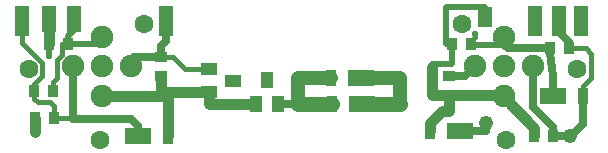
<source format=gbr>
G04 EasyPC Gerber Version 21.0.3 Build 4286 *
G04 #@! TF.Part,Single*
G04 #@! TF.FileFunction,Copper,L1,Top *
G04 #@! TF.FilePolarity,Positive *
%FSLAX35Y35*%
%MOMM*%
G04 #@! TA.AperFunction,SMDPad*
%ADD13R,0.90000X1.00000*%
%ADD12R,0.90000X1.40000*%
%ADD70R,0.99060X1.32080*%
%ADD18R,1.30000X1.80000*%
%ADD19R,1.30000X2.20000*%
%ADD17R,1.30000X2.50000*%
%ADD14R,1.00000X0.90000*%
%ADD10R,1.32080X0.99060*%
%ADD11R,2.20000X1.40000*%
G04 #@! TD.AperFunction*
%ADD27C,0.25400*%
%ADD24C,0.38100*%
%ADD21C,0.50000*%
G04 #@! TA.AperFunction,ViaPad*
%ADD71C,0.55000*%
G04 #@! TD.AperFunction*
%ADD23C,0.63500*%
%ADD22C,0.90000*%
%ADD26C,1.20000*%
G04 #@! TA.AperFunction,ViaPad*
%ADD20C,1.21920*%
G04 #@! TD.AperFunction*
%ADD25C,1.27000*%
G04 #@! TA.AperFunction,ComponentPad*
%ADD15C,1.60000*%
%ADD16C,1.90000*%
X0Y0D02*
D02*
D10*
X2024350Y904140D03*
Y1094140D03*
X2227390Y999140D03*
D02*
D11*
X1428370Y526640D03*
X3318370Y1021640D03*
X3320870Y801640D03*
X4153370Y569140D03*
X4943370Y866640D03*
D02*
D12*
X1683370Y526640D03*
X3063370Y1021640D03*
X3065870Y801640D03*
X3898370Y569140D03*
X5198370Y866640D03*
D02*
D13*
X545870Y914140D03*
X555870Y684140D03*
X670870Y1309140D03*
X705870Y914140D03*
X715870Y684140D03*
X830870Y1309140D03*
X4083370D03*
X4243370D03*
X4778370Y526640D03*
X4913370Y1271640D03*
X4938370Y526640D03*
X5073370Y1271640D03*
D02*
D14*
X1618370Y1036640D03*
Y1196640D03*
X4063370Y874140D03*
Y1034140D03*
D02*
D15*
X500420Y1097930D03*
X1101460Y496890D03*
X1479760Y1476230D03*
X4166980D03*
X4545280Y496890D03*
X5146320Y1097930D03*
D02*
D16*
X875900Y1119140D03*
X1123380Y871650D03*
Y1119140D03*
Y1366630D03*
X1370870Y1119140D03*
X4275870D03*
X4523360Y871650D03*
Y1119140D03*
Y1366630D03*
X4770840Y1119140D03*
D02*
D17*
X445870Y1501640D03*
X1665870D03*
X4790870D03*
X4988370D03*
X5175870D03*
D02*
D18*
X4363370Y1536640D03*
D02*
D19*
X670870Y1516640D03*
X883370D03*
D02*
D70*
X2423370Y800120D03*
X2518370Y1003160D03*
X2613370Y800120D03*
D02*
D71*
X555870Y561640D03*
X670870Y1206640D03*
X4278370Y1394140D03*
D02*
D20*
X448370Y1559140D03*
X670870Y1556140D03*
X885870Y1556640D03*
X1665870D03*
X2780870Y801640D03*
X3648370D03*
X4363370Y1569140D03*
X4370870Y639140D03*
X4790870Y1554140D03*
X4988370D03*
X5088370Y526640D03*
X5175870Y1554140D03*
D02*
D21*
X445870Y1501640D02*
Y1589140D01*
X448370*
Y1559140*
X670870Y1309140D02*
Y1206640D01*
X830870Y1309140D02*
Y1376640D01*
X883370Y1429140*
Y1516640*
X1123380Y1366630D02*
Y1371640D01*
X1060880Y1309140*
X830870*
X4083370D02*
Y1136640D01*
X3915870*
Y1116640*
X4083370Y1309140D02*
X4033370D01*
Y1624140*
X4363370*
Y1536640*
X4243370Y1309140D02*
Y1299140D01*
X4523360*
Y1366630*
D02*
D22*
X555870Y561640D02*
Y684140D01*
X670870Y1516640D02*
Y1309140D01*
X883370Y1516640D02*
X885870D01*
Y1556640*
X1123380Y871650D02*
X1618370D01*
Y911640*
Y904140*
X2024350*
X1618370Y1036640D02*
Y911640D01*
X1665870Y1556640D02*
X1660870D01*
Y1501640*
X1665870*
X2024350Y904140D02*
Y800120D01*
X2423370*
X2024350Y904140D02*
X1683370D01*
Y526640*
X3898370Y569140D02*
Y639140D01*
X4003370Y744140*
X4063370*
Y874140*
X3915870D02*
X4063370D01*
X3915870Y1116640D02*
Y874140D01*
X4063370D02*
X4523360D01*
Y871650*
X4778370Y526640D02*
Y601640D01*
X4523360Y856650*
Y871650*
X5175870Y1554140D02*
Y1501640D01*
D02*
D23*
X1370870Y1119140D02*
Y1174140D01*
X1393370Y1196640*
X1620870*
X1428370Y526640D02*
Y614140D01*
X1370870Y671640*
X875900*
Y1119140*
X1620870Y1196640D02*
Y1289140D01*
X1665870Y1334140*
Y1501640*
X1620870Y1196640D02*
X1618370D01*
X2613370Y800120D02*
Y801640D01*
X2780870*
X4153370Y569140D02*
X4370870D01*
Y639140*
X4275870Y1119140D02*
Y1114140D01*
X4195870Y1034140*
X4063370*
X4770840Y1119140D02*
X4770870D01*
Y774140*
X4938370Y606640*
Y526640*
X4913370Y1271640D02*
Y1231640D01*
X4943370Y1039140*
Y866640*
X4913370Y1271640D02*
X4555870D01*
X4523370Y1304140*
X4523360*
Y1366630*
X4938370Y526640D02*
X5088370D01*
X4988370Y1501640D02*
Y1414140D01*
X5073370Y1329140*
Y1271640*
X5088370Y526640D02*
X5090870D01*
X5198370Y634140*
Y866640*
D02*
D24*
X445870Y1501640D02*
Y1319140D01*
X615870Y1149140*
Y1041640*
X545870Y971640*
Y914140*
X705870D02*
X703370D01*
Y984140*
X743370Y1024140*
Y1174140*
X783370Y1214140*
Y1309140*
X830870*
X715870Y684140D02*
Y781640D01*
X683370Y814140*
X578370*
X545870Y846640*
Y914140*
X715870Y684140D02*
X875900D01*
Y1119140*
X2024350Y1094140D02*
X1823370D01*
X1720870Y1196640*
X1618370*
X4243370Y1309140D02*
Y1334140D01*
X4278370Y1369140*
Y1394140*
X5198370Y866640D02*
Y954140D01*
X5265870Y1021640*
Y1221640*
X5215870Y1271640*
X5073370*
D02*
D25*
X3065870Y801640D02*
X2780870D01*
X3320870D02*
X3648370D01*
D02*
D26*
X2780870D02*
Y1021640D01*
X3063370*
X3648370Y801640D02*
Y1021640D01*
X3318370*
D02*
D27*
X4790870Y1554140D02*
Y1501640D01*
X4988370D02*
Y1554140D01*
X0Y0D02*
M02*

</source>
